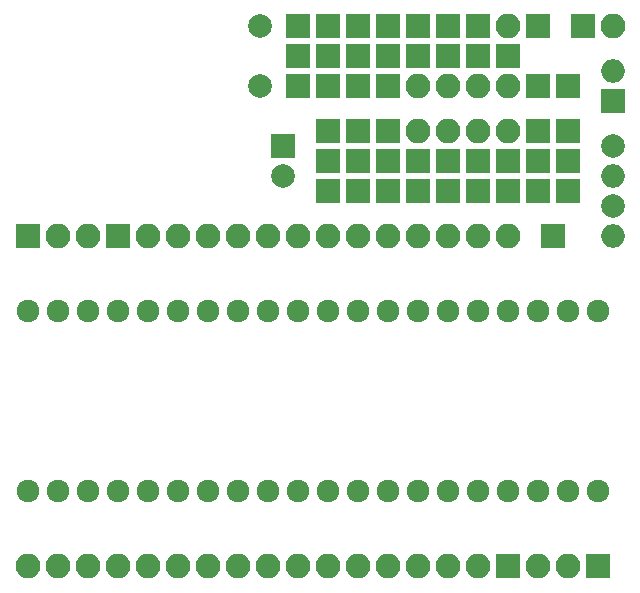
<source format=gbr>
G04 #@! TF.FileFunction,Soldermask,Bot*
%FSLAX46Y46*%
G04 Gerber Fmt 4.6, Leading zero omitted, Abs format (unit mm)*
G04 Created by KiCad (PCBNEW 4.0.6-e0-6349~53~ubuntu16.04.1) date Sun Apr  2 16:21:01 2017*
%MOMM*%
%LPD*%
G01*
G04 APERTURE LIST*
%ADD10C,0.100000*%
%ADD11C,1.924000*%
%ADD12C,2.000000*%
%ADD13O,2.000000X2.000000*%
%ADD14R,2.000000X2.000000*%
%ADD15R,2.100000X2.100000*%
%ADD16O,2.100000X2.100000*%
G04 APERTURE END LIST*
D10*
D11*
X87630000Y-97790000D03*
X90170000Y-97790000D03*
X92710000Y-97790000D03*
X95250000Y-97790000D03*
X97790000Y-97790000D03*
X100330000Y-97790000D03*
X102870000Y-97790000D03*
X105410000Y-97790000D03*
X107950000Y-97790000D03*
X110490000Y-97790000D03*
X113030000Y-97790000D03*
X115570000Y-97790000D03*
X118110000Y-97790000D03*
X120650000Y-97790000D03*
X123190000Y-97790000D03*
X125730000Y-97790000D03*
X128270000Y-97790000D03*
X130810000Y-97790000D03*
X133350000Y-97790000D03*
X135890000Y-97790000D03*
X135890000Y-82550000D03*
X133350000Y-82550000D03*
X130810000Y-82550000D03*
X128270000Y-82550000D03*
X125730000Y-82550000D03*
X123190000Y-82550000D03*
X120650000Y-82550000D03*
X118110000Y-82550000D03*
X115570000Y-82550000D03*
X113030000Y-82550000D03*
X110490000Y-82550000D03*
X107950000Y-82550000D03*
X105410000Y-82550000D03*
X102870000Y-82550000D03*
X100330000Y-82550000D03*
X97790000Y-82550000D03*
X95250000Y-82550000D03*
X92710000Y-82550000D03*
X90170000Y-82550000D03*
X87630000Y-82550000D03*
D12*
X107315000Y-58420000D03*
X107315000Y-63420000D03*
X137160000Y-68580000D03*
D13*
X137160000Y-71120000D03*
D12*
X137160000Y-73660000D03*
D13*
X137160000Y-76200000D03*
D14*
X109220000Y-68580000D03*
D12*
X109220000Y-71080000D03*
D15*
X130810000Y-58420000D03*
D16*
X128270000Y-58420000D03*
D15*
X134620000Y-58420000D03*
D16*
X137160000Y-58420000D03*
D14*
X137160000Y-64770000D03*
D13*
X137160000Y-62230000D03*
D15*
X128270000Y-104140000D03*
D16*
X125730000Y-104140000D03*
X123190000Y-104140000D03*
X120650000Y-104140000D03*
X118110000Y-104140000D03*
X115570000Y-104140000D03*
X113030000Y-104140000D03*
X110490000Y-104140000D03*
X107950000Y-104140000D03*
X105410000Y-104140000D03*
X102870000Y-104140000D03*
X100330000Y-104140000D03*
X97790000Y-104140000D03*
X95250000Y-104140000D03*
X92710000Y-104140000D03*
X90170000Y-104140000D03*
X87630000Y-104140000D03*
D15*
X135890000Y-104140000D03*
D16*
X133350000Y-104140000D03*
X130810000Y-104140000D03*
D15*
X87630000Y-76200000D03*
D16*
X90170000Y-76200000D03*
X92710000Y-76200000D03*
D15*
X132080000Y-76200000D03*
X95250000Y-76200000D03*
D16*
X97790000Y-76200000D03*
X100330000Y-76200000D03*
X102870000Y-76200000D03*
X105410000Y-76200000D03*
X107950000Y-76200000D03*
X110490000Y-76200000D03*
X113030000Y-76200000D03*
X115570000Y-76200000D03*
X118110000Y-76200000D03*
X120650000Y-76200000D03*
X123190000Y-76200000D03*
X125730000Y-76200000D03*
X128270000Y-76200000D03*
D15*
X118110000Y-67310000D03*
D16*
X120650000Y-67310000D03*
X123190000Y-67310000D03*
X125730000Y-67310000D03*
X128270000Y-67310000D03*
D15*
X118110000Y-63500000D03*
D16*
X120650000Y-63500000D03*
X123190000Y-63500000D03*
X125730000Y-63500000D03*
X128270000Y-63500000D03*
D15*
X115570000Y-69850000D03*
X118110000Y-69850000D03*
X120650000Y-69850000D03*
X123190000Y-69850000D03*
X125730000Y-69850000D03*
X128270000Y-69850000D03*
X130810000Y-72390000D03*
X133350000Y-72390000D03*
X133350000Y-69850000D03*
X133350000Y-67310000D03*
X133350000Y-63500000D03*
X115570000Y-63500000D03*
X113030000Y-63500000D03*
X113030000Y-60960000D03*
X118110000Y-60960000D03*
X120650000Y-60960000D03*
X123190000Y-60960000D03*
X125730000Y-60960000D03*
X123190000Y-58420000D03*
X120650000Y-58420000D03*
X118110000Y-58420000D03*
X115570000Y-58420000D03*
X130810000Y-69850000D03*
X128270000Y-72390000D03*
X130810000Y-67310000D03*
X128270000Y-60960000D03*
X125730000Y-58420000D03*
X130810000Y-63500000D03*
X125730000Y-72390000D03*
X123190000Y-72390000D03*
X120650000Y-72390000D03*
X118110000Y-72390000D03*
X115570000Y-72390000D03*
X115570000Y-60960000D03*
X113030000Y-58420000D03*
X113030000Y-72390000D03*
X113030000Y-69850000D03*
X113030000Y-67310000D03*
X115570000Y-67310000D03*
X110490000Y-63500000D03*
X110490000Y-60960000D03*
X110490000Y-58420000D03*
M02*

</source>
